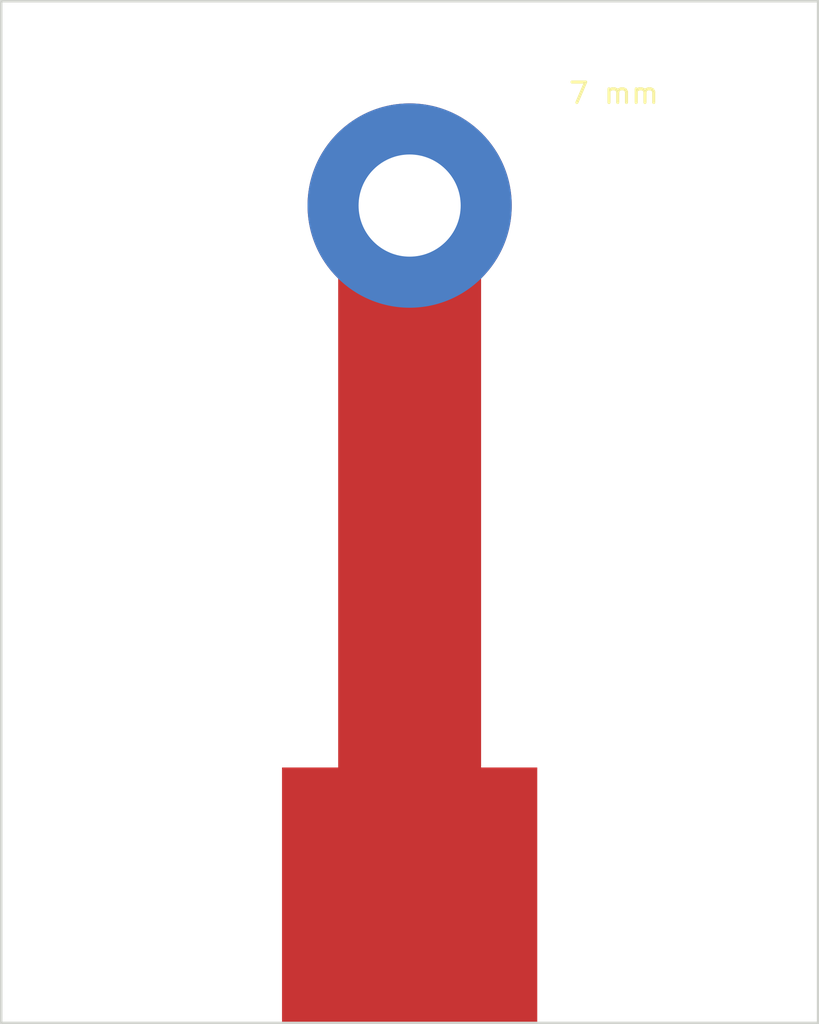
<source format=kicad_pcb>
(kicad_pcb (version 20171130) (host pcbnew "(5.1.5)-3")

  (general
    (thickness 1.6)
    (drawings 4)
    (tracks 1)
    (zones 0)
    (modules 1)
    (nets 1)
  )

  (page A4)
  (title_block
    (title "7 mm Test Board")
    (rev 1.0)
    (company "Würth Elektronik")
    (comment 4 "Dakota Woertink")
  )

  (layers
    (0 F.Cu signal)
    (31 B.Cu signal)
    (32 B.Adhes user)
    (33 F.Adhes user)
    (34 B.Paste user)
    (35 F.Paste user)
    (36 B.SilkS user)
    (37 F.SilkS user)
    (38 B.Mask user)
    (39 F.Mask user)
    (40 Dwgs.User user)
    (41 Cmts.User user)
    (42 Eco1.User user)
    (43 Eco2.User user)
    (44 Edge.Cuts user)
    (45 Margin user)
    (46 B.CrtYd user)
    (47 F.CrtYd user)
    (48 B.Fab user)
    (49 F.Fab user)
  )

  (setup
    (last_trace_width 0.25)
    (trace_clearance 0.2)
    (zone_clearance 0.508)
    (zone_45_only no)
    (trace_min 0.2)
    (via_size 0.8)
    (via_drill 0.4)
    (via_min_size 0.4)
    (via_min_drill 0.3)
    (uvia_size 0.3)
    (uvia_drill 0.1)
    (uvias_allowed no)
    (uvia_min_size 0.2)
    (uvia_min_drill 0.1)
    (edge_width 0.05)
    (segment_width 0.2)
    (pcb_text_width 0.3)
    (pcb_text_size 1.5 1.5)
    (mod_edge_width 0.12)
    (mod_text_size 1 1)
    (mod_text_width 0.15)
    (pad_size 12.5 12.5)
    (pad_drill 0)
    (pad_to_mask_clearance 0.051)
    (solder_mask_min_width 0.25)
    (aux_axis_origin 0 0)
    (visible_elements 7FFFFFFF)
    (pcbplotparams
      (layerselection 0x010fc_ffffffff)
      (usegerberextensions false)
      (usegerberattributes false)
      (usegerberadvancedattributes false)
      (creategerberjobfile false)
      (excludeedgelayer true)
      (linewidth 0.100000)
      (plotframeref false)
      (viasonmask false)
      (mode 1)
      (useauxorigin false)
      (hpglpennumber 1)
      (hpglpenspeed 20)
      (hpglpendiameter 15.000000)
      (psnegative false)
      (psa4output false)
      (plotreference true)
      (plotvalue true)
      (plotinvisibletext false)
      (padsonsilk false)
      (subtractmaskfromsilk false)
      (outputformat 1)
      (mirror false)
      (drillshape 1)
      (scaleselection 1)
      (outputdirectory ""))
  )

  (net 0 "")

  (net_class Default "This is the default net class."
    (clearance 0.2)
    (trace_width 0.25)
    (via_dia 0.8)
    (via_drill 0.4)
    (uvia_dia 0.3)
    (uvia_drill 0.1)
  )

  (module 7_mm:7_mm (layer F.Cu) (tedit 664DF144) (tstamp 664D534A)
    (at 150 81)
    (fp_text reference "7 mm" (at 10 -5.5) (layer F.SilkS)
      (effects (font (size 1 1) (thickness 0.15)))
    )
    (fp_text value 7_mm (at -11 -5.5) (layer F.Fab)
      (effects (font (size 1 1) (thickness 0.15)))
    )
    (pad 2 smd rect (at 0 33.75) (size 12.5 12.5) (layers F.Cu F.Paste F.Mask))
    (pad 1 thru_hole circle (at 0 0) (size 10 10) (drill 5) (layers *.Cu *.Mask))
  )

  (gr_line (start 130 121) (end 130 71) (layer Edge.Cuts) (width 0.12))
  (gr_line (start 170 121) (end 130 121) (layer Edge.Cuts) (width 0.12))
  (gr_line (start 170 71) (end 170 121) (layer Edge.Cuts) (width 0.12))
  (gr_line (start 130 71) (end 170 71) (layer Edge.Cuts) (width 0.12))

  (segment (start 150 114.75) (end 150 81) (width 7) (layer F.Cu) (net 0))

)

</source>
